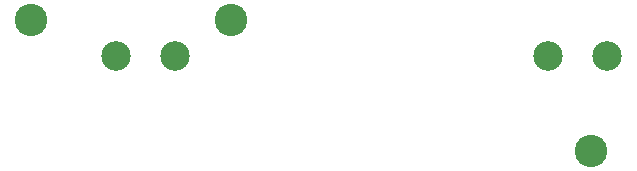
<source format=gbs>
G04*
G04 #@! TF.GenerationSoftware,Altium Limited,Altium Designer,21.2.2 (38)*
G04*
G04 Layer_Color=16711935*
%FSLAX25Y25*%
%MOIN*%
G70*
G04*
G04 #@! TF.SameCoordinates,00D53E6D-1767-4AB5-8D76-124CC48DB5B8*
G04*
G04*
G04 #@! TF.FilePolarity,Negative*
G04*
G01*
G75*
%ADD40C,0.10800*%
%ADD41C,0.09855*%
D40*
X374000Y474500D02*
D03*
X560500Y431000D02*
D03*
X440500Y474500D02*
D03*
D41*
X565842Y462500D02*
D03*
X546158D02*
D03*
X421822D02*
D03*
X402137D02*
D03*
M02*

</source>
